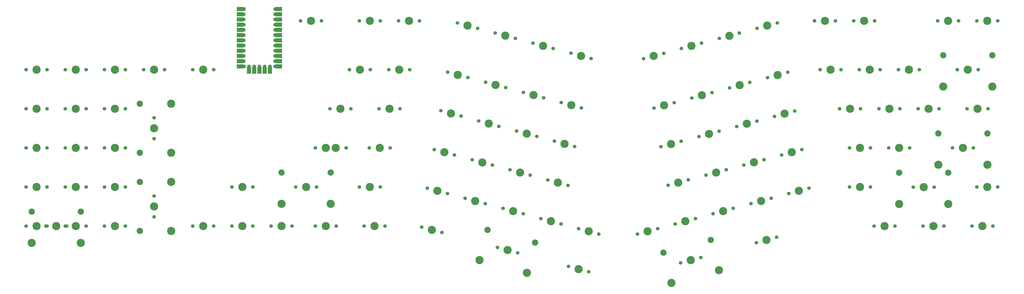
<source format=gbr>
%TF.GenerationSoftware,KiCad,Pcbnew,(5.1.10)-1*%
%TF.CreationDate,2021-06-19T21:53:37-07:00*%
%TF.ProjectId,HSC_Alice,4853435f-416c-4696-9365-2e6b69636164,rev?*%
%TF.SameCoordinates,Original*%
%TF.FileFunction,Soldermask,Top*%
%TF.FilePolarity,Negative*%
%FSLAX46Y46*%
G04 Gerber Fmt 4.6, Leading zero omitted, Abs format (unit mm)*
G04 Created by KiCad (PCBNEW (5.1.10)-1) date 2021-06-19 21:53:37*
%MOMM*%
%LPD*%
G01*
G04 APERTURE LIST*
%ADD10C,1.750000*%
%ADD11C,3.987800*%
%ADD12C,3.048000*%
%ADD13R,2.000000X3.250000*%
%ADD14R,3.250000X2.000000*%
%ADD15C,1.752600*%
%ADD16R,1.752600X1.752600*%
G04 APERTURE END LIST*
D10*
%TO.C,MX54*%
X-388018055Y-186622695D03*
X-397831861Y-183993093D03*
D11*
X-392924958Y-185307894D03*
%TD*%
%TO.C,MX95*%
X-213207600Y-153593800D03*
X-237083600Y-153593800D03*
D12*
X-213207600Y-138353800D03*
X-237083600Y-138353800D03*
D10*
X-220065600Y-145338800D03*
X-230225600Y-145338800D03*
D11*
X-225145600Y-145338800D03*
%TD*%
D10*
%TO.C,MX105*%
X-193878200Y-107213400D03*
X-204038200Y-107213400D03*
D11*
X-198958200Y-107213400D03*
%TD*%
%TO.C,MX48*%
X-418061929Y-187128299D03*
X-441124374Y-180948736D03*
D12*
X-414117526Y-172407590D03*
X-437179971Y-166228026D03*
D10*
X-422549697Y-177379601D03*
X-432363503Y-174749999D03*
D11*
X-427456600Y-176064800D03*
%TD*%
%TO.C,MX29*%
X-513461000Y-153543000D03*
X-537337000Y-153543000D03*
D12*
X-513461000Y-138303000D03*
X-537337000Y-138303000D03*
D10*
X-520319000Y-145288000D03*
X-530479000Y-145288000D03*
D11*
X-525399000Y-145288000D03*
%TD*%
D10*
%TO.C,MX28*%
X-505968000Y-126238000D03*
X-516128000Y-126238000D03*
D11*
X-511048000Y-126238000D03*
%TD*%
D10*
%TO.C,MX6*%
X-651383000Y-164338000D03*
X-661543000Y-164338000D03*
D11*
X-656463000Y-164338000D03*
%TD*%
D13*
%TO.C,U2*%
X-543077400Y-88442800D03*
X-545617400Y-88442800D03*
X-548157400Y-88442800D03*
X-550697400Y-88442800D03*
X-553237400Y-88442800D03*
D14*
X-538759400Y-58597800D03*
X-538759400Y-61137800D03*
X-538759400Y-63677800D03*
X-538759400Y-66217800D03*
X-538759400Y-68757800D03*
X-538759400Y-71297800D03*
X-538759400Y-73837800D03*
X-538759400Y-76377800D03*
X-538759400Y-78917800D03*
X-538759400Y-81457800D03*
X-538759400Y-83997800D03*
X-538759400Y-86537800D03*
X-557555400Y-86537800D03*
X-557555400Y-83997800D03*
X-557555400Y-81457800D03*
X-557555400Y-78917800D03*
X-557555400Y-76377800D03*
X-557555400Y-73837800D03*
X-557555400Y-71297800D03*
X-557555400Y-68757800D03*
X-557555400Y-66217800D03*
X-557555400Y-63677800D03*
X-557555400Y-61137800D03*
X-557555400Y-58597800D03*
D15*
X-553237400Y-86537800D03*
X-550697400Y-86537800D03*
X-548157400Y-86537800D03*
X-545617400Y-86537800D03*
X-543077400Y-86537800D03*
X-540537400Y-58597800D03*
X-555548800Y-86537800D03*
X-540537400Y-61137800D03*
X-540537400Y-63677800D03*
X-540537400Y-66217800D03*
X-540537400Y-68757800D03*
X-540537400Y-71297800D03*
X-540537400Y-73837800D03*
X-540537400Y-76377800D03*
X-540537400Y-78917800D03*
X-540537400Y-81457800D03*
X-540537400Y-83997800D03*
X-540537400Y-86537800D03*
X-555777400Y-83997800D03*
X-555777400Y-81457800D03*
X-555777400Y-78917800D03*
X-555777400Y-76377800D03*
X-555777400Y-73837800D03*
X-555777400Y-71297800D03*
X-555777400Y-68757800D03*
X-555777400Y-66217800D03*
X-555777400Y-63677800D03*
X-555777400Y-61137800D03*
D16*
X-555777400Y-58597800D03*
%TD*%
D11*
%TO.C,MX104*%
X-191795400Y-96393000D03*
X-215671400Y-96393000D03*
D12*
X-191795400Y-81153000D03*
X-215671400Y-81153000D03*
D10*
X-198653400Y-88138000D03*
X-208813400Y-88138000D03*
D11*
X-203733400Y-88138000D03*
%TD*%
D10*
%TO.C,MX103*%
X-189103000Y-64325500D03*
X-199263000Y-64325500D03*
D11*
X-194183000Y-64325500D03*
%TD*%
D10*
%TO.C,MX102*%
X-189103000Y-145288000D03*
X-199263000Y-145288000D03*
D11*
X-194183000Y-145288000D03*
%TD*%
%TO.C,MX101*%
X-194163400Y-134493000D03*
X-218039400Y-134493000D03*
D12*
X-194163400Y-119253000D03*
X-218039400Y-119253000D03*
D10*
X-201021400Y-126238000D03*
X-211181400Y-126238000D03*
D11*
X-206101400Y-126238000D03*
%TD*%
D10*
%TO.C,MX99*%
X-217703400Y-107213400D03*
X-227863400Y-107213400D03*
D11*
X-222783400Y-107213400D03*
%TD*%
D10*
%TO.C,MX98*%
X-227228400Y-88163400D03*
X-237388400Y-88163400D03*
D11*
X-232308400Y-88163400D03*
%TD*%
D10*
%TO.C,MX97*%
X-208153000Y-64325500D03*
X-218313000Y-64325500D03*
D11*
X-213233000Y-64325500D03*
%TD*%
D10*
%TO.C,MX96*%
X-191469000Y-164363400D03*
X-201629000Y-164363400D03*
D11*
X-196549000Y-164363400D03*
%TD*%
D10*
%TO.C,MX94*%
X-231952800Y-126212600D03*
X-242112800Y-126212600D03*
D11*
X-237032800Y-126212600D03*
%TD*%
D10*
%TO.C,MX93*%
X-236753400Y-107213400D03*
X-246913400Y-107213400D03*
D11*
X-241833400Y-107213400D03*
%TD*%
D10*
%TO.C,MX92*%
X-246278400Y-88163400D03*
X-256438400Y-88163400D03*
D11*
X-251358400Y-88163400D03*
%TD*%
D10*
%TO.C,MX91*%
X-249021600Y-64325500D03*
X-259181600Y-64325500D03*
D11*
X-254101600Y-64325500D03*
%TD*%
D10*
%TO.C,MX90*%
X-215268800Y-164363400D03*
X-225428800Y-164363400D03*
D11*
X-220348800Y-164363400D03*
%TD*%
D10*
%TO.C,MX89*%
X-251028200Y-145262600D03*
X-261188200Y-145262600D03*
D11*
X-256108200Y-145262600D03*
%TD*%
D10*
%TO.C,MX88*%
X-251002800Y-126212600D03*
X-261162800Y-126212600D03*
D11*
X-256082800Y-126212600D03*
%TD*%
D10*
%TO.C,MX87*%
X-255828800Y-107213400D03*
X-265988800Y-107213400D03*
D11*
X-260908800Y-107213400D03*
%TD*%
D10*
%TO.C,MX86*%
X-265328400Y-88163400D03*
X-275488400Y-88163400D03*
D11*
X-270408400Y-88163400D03*
%TD*%
D10*
%TO.C,MX85*%
X-268071600Y-64325500D03*
X-278231600Y-64325500D03*
D11*
X-273151600Y-64325500D03*
%TD*%
D10*
%TO.C,MX84*%
X-239064800Y-164363400D03*
X-249224800Y-164363400D03*
D11*
X-244144800Y-164363400D03*
%TD*%
D10*
%TO.C,MX83*%
X-280909009Y-145870199D03*
X-290722815Y-148499801D03*
D11*
X-285815912Y-147185000D03*
%TD*%
D10*
%TO.C,MX82*%
X-284368439Y-127044493D03*
X-294182245Y-129674095D03*
D11*
X-289275342Y-128359294D03*
%TD*%
D10*
%TO.C,MX81*%
X-287822839Y-108248493D03*
X-297636645Y-110878095D03*
D11*
X-292729742Y-109563294D03*
%TD*%
D10*
%TO.C,MX80*%
X-291277239Y-89427093D03*
X-301091045Y-92056695D03*
D11*
X-296184142Y-90741894D03*
%TD*%
D10*
%TO.C,MX79*%
X-296336889Y-65350293D03*
X-306150695Y-67979895D03*
D11*
X-301243792Y-66665094D03*
%TD*%
D10*
%TO.C,MX78*%
X-296670124Y-169799194D03*
X-306483930Y-172428796D03*
D11*
X-301577027Y-171113995D03*
%TD*%
D10*
%TO.C,MX77*%
X-299309895Y-150800701D03*
X-309123701Y-153430303D03*
D11*
X-304216798Y-152115502D03*
%TD*%
D10*
%TO.C,MX76*%
X-302769325Y-131974995D03*
X-312583131Y-134604597D03*
D11*
X-307676228Y-133289796D03*
%TD*%
D10*
%TO.C,MX75*%
X-306223725Y-113178995D03*
X-316037531Y-115808597D03*
D11*
X-311130628Y-114493796D03*
%TD*%
D10*
%TO.C,MX74*%
X-309678125Y-94357595D03*
X-319491931Y-96987197D03*
D11*
X-314585028Y-95672396D03*
%TD*%
D10*
%TO.C,MX73*%
X-314737775Y-70280795D03*
X-324551581Y-72910397D03*
D11*
X-319644678Y-71595596D03*
%TD*%
%TO.C,MX72*%
X-324711026Y-185858936D03*
X-347773471Y-192038499D03*
D12*
X-328655429Y-171138226D03*
X-351717874Y-177317790D03*
D10*
X-333471897Y-179660199D03*
X-343285703Y-182289801D03*
D11*
X-338378800Y-180975000D03*
%TD*%
D10*
%TO.C,MX71*%
X-317710781Y-155731203D03*
X-327524587Y-158360805D03*
D11*
X-322617684Y-157046004D03*
%TD*%
D10*
%TO.C,MX70*%
X-321170211Y-136905497D03*
X-330984017Y-139535099D03*
D11*
X-326077114Y-138220298D03*
%TD*%
D10*
%TO.C,MX69*%
X-324624611Y-118109497D03*
X-334438417Y-120739099D03*
D11*
X-329531514Y-119424298D03*
%TD*%
D10*
%TO.C,MX68*%
X-328079011Y-99288097D03*
X-337892817Y-101917699D03*
D11*
X-332985914Y-100602898D03*
%TD*%
D10*
%TO.C,MX67*%
X-333138661Y-75211297D03*
X-342952467Y-77840899D03*
D11*
X-338045564Y-76526098D03*
%TD*%
D10*
%TO.C,MX66*%
X-354512553Y-165592207D03*
X-364326359Y-168221809D03*
D11*
X-359419456Y-166907008D03*
%TD*%
D10*
%TO.C,MX65*%
X-336111667Y-160661705D03*
X-345925473Y-163291307D03*
D11*
X-341018570Y-161976506D03*
%TD*%
%TO.C,MX64*%
X-344478000Y-143150800D03*
D10*
X-349384903Y-144465601D03*
X-339571097Y-141835999D03*
%TD*%
D11*
%TO.C,MX63*%
X-347932400Y-124354800D03*
D10*
X-352839303Y-125669601D03*
X-343025497Y-123039999D03*
%TD*%
%TO.C,MX62*%
X-346479897Y-104218599D03*
X-356293703Y-106848201D03*
D11*
X-351386800Y-105533400D03*
%TD*%
D10*
%TO.C,MX61*%
X-351539547Y-80141799D03*
X-361353353Y-82771401D03*
D11*
X-356446450Y-81456600D03*
%TD*%
D10*
%TO.C,MX60*%
X-383087553Y-168221809D03*
X-392901359Y-165592207D03*
D11*
X-387994456Y-166907008D03*
%TD*%
D10*
%TO.C,MX59*%
X-401488439Y-163291307D03*
X-411302245Y-160661705D03*
D11*
X-406395342Y-161976506D03*
%TD*%
D10*
%TO.C,MX58*%
X-398059439Y-144495307D03*
X-407873245Y-141865705D03*
D11*
X-402966342Y-143180506D03*
%TD*%
D10*
%TO.C,MX57*%
X-394871202Y-125572307D03*
X-404685008Y-122942705D03*
D11*
X-399778105Y-124257506D03*
%TD*%
D10*
%TO.C,MX56*%
X-391563205Y-106759304D03*
X-401377011Y-104129702D03*
D11*
X-396470108Y-105444503D03*
%TD*%
D10*
%TO.C,MX55*%
X-386864205Y-82756804D03*
X-396678011Y-80127202D03*
D11*
X-391771108Y-81442003D03*
%TD*%
D10*
%TO.C,MX53*%
X-419889325Y-158360805D03*
X-429703131Y-155731203D03*
D11*
X-424796228Y-157046004D03*
%TD*%
D10*
%TO.C,MX52*%
X-416460325Y-139564805D03*
X-426274131Y-136935203D03*
D11*
X-421367228Y-138250004D03*
%TD*%
D10*
%TO.C,MX51*%
X-413272088Y-120641805D03*
X-423085894Y-118012203D03*
D11*
X-418178991Y-119327004D03*
%TD*%
D10*
%TO.C,MX50*%
X-409964091Y-101828802D03*
X-419777897Y-99199200D03*
D11*
X-414870994Y-100514001D03*
%TD*%
D10*
%TO.C,MX49*%
X-405265091Y-77826302D03*
X-415078897Y-75196700D03*
D11*
X-410171994Y-76511501D03*
%TD*%
%TO.C,MX47*%
X-443197114Y-152115502D03*
D10*
X-448104017Y-150800701D03*
X-438290211Y-153430303D03*
%TD*%
D11*
%TO.C,MX46*%
X-439768114Y-133319502D03*
D10*
X-444675017Y-132004701D03*
X-434861211Y-134634303D03*
%TD*%
D11*
%TO.C,MX45*%
X-436579877Y-114396502D03*
D10*
X-441486780Y-113081701D03*
X-431672974Y-115711303D03*
%TD*%
%TO.C,MX44*%
X-428364977Y-96898300D03*
X-438178783Y-94268698D03*
D11*
X-433271880Y-95583499D03*
%TD*%
D10*
%TO.C,MX43*%
X-423665977Y-72895800D03*
X-433479783Y-70266198D03*
D11*
X-428572880Y-71580999D03*
%TD*%
D10*
%TO.C,MX42*%
X-459379697Y-167499001D03*
X-469193503Y-164869399D03*
D11*
X-464286600Y-166184200D03*
%TD*%
D10*
%TO.C,MX41*%
X-456691097Y-148499801D03*
X-466504903Y-145870199D03*
D11*
X-461598000Y-147185000D03*
%TD*%
D10*
%TO.C,MX40*%
X-453262097Y-129703801D03*
X-463075903Y-127074199D03*
D11*
X-458169000Y-128389000D03*
%TD*%
D10*
%TO.C,MX39*%
X-450073860Y-110780801D03*
X-459887666Y-108151199D03*
D11*
X-454980763Y-109466000D03*
%TD*%
D10*
%TO.C,MX38*%
X-446765863Y-91967798D03*
X-456579669Y-89338196D03*
D11*
X-451672766Y-90652997D03*
%TD*%
D10*
%TO.C,MX37*%
X-442066863Y-67965298D03*
X-451880669Y-65335696D03*
D11*
X-446973766Y-66650497D03*
%TD*%
D10*
%TO.C,MX36*%
X-487045000Y-164338000D03*
X-497205000Y-164338000D03*
D11*
X-492125000Y-164338000D03*
%TD*%
D10*
%TO.C,MX35*%
X-489331000Y-145288000D03*
X-499491000Y-145288000D03*
D11*
X-494411000Y-145288000D03*
%TD*%
D10*
%TO.C,MX34*%
X-484568500Y-126238000D03*
X-494728500Y-126238000D03*
D11*
X-489648500Y-126238000D03*
%TD*%
D10*
%TO.C,MX33*%
X-479806000Y-107188000D03*
X-489966000Y-107188000D03*
D11*
X-484886000Y-107188000D03*
%TD*%
D10*
%TO.C,MX32*%
X-475043500Y-88138000D03*
X-485203500Y-88138000D03*
D11*
X-480123500Y-88138000D03*
%TD*%
D10*
%TO.C,MX31*%
X-470344500Y-64325500D03*
X-480504500Y-64325500D03*
D11*
X-475424500Y-64325500D03*
%TD*%
D10*
%TO.C,MX30*%
X-510794000Y-164338000D03*
X-520954000Y-164338000D03*
D11*
X-515874000Y-164338000D03*
%TD*%
D10*
%TO.C,MX28*%
X-510794000Y-126238000D03*
X-520954000Y-126238000D03*
D11*
X-515874000Y-126238000D03*
%TD*%
D10*
%TO.C,MX27*%
X-503682000Y-107188000D03*
X-513842000Y-107188000D03*
D11*
X-508762000Y-107188000D03*
%TD*%
D10*
%TO.C,MX26*%
X-494157000Y-88138000D03*
X-504317000Y-88138000D03*
D11*
X-499237000Y-88138000D03*
%TD*%
D10*
%TO.C,MX25*%
X-489394500Y-64325500D03*
X-499554500Y-64325500D03*
D11*
X-494474500Y-64325500D03*
%TD*%
D10*
%TO.C,MX24*%
X-532257000Y-164338000D03*
X-542417000Y-164338000D03*
D11*
X-537337000Y-164338000D03*
%TD*%
D10*
%TO.C,MX23*%
X-551307000Y-164338000D03*
X-561467000Y-164338000D03*
D11*
X-556387000Y-164338000D03*
%TD*%
D10*
%TO.C,MX22*%
X-570420500Y-164338000D03*
X-580580500Y-164338000D03*
D11*
X-575500500Y-164338000D03*
%TD*%
D10*
%TO.C,MX21*%
X-551307000Y-145288000D03*
X-561467000Y-145288000D03*
D11*
X-556387000Y-145288000D03*
%TD*%
D10*
%TO.C,MX20*%
X-570420500Y-88138000D03*
X-580580500Y-88138000D03*
D11*
X-575500500Y-88138000D03*
%TD*%
D10*
%TO.C,MX19*%
X-517969500Y-64325500D03*
X-528129500Y-64325500D03*
D11*
X-523049500Y-64325500D03*
%TD*%
%TO.C,MX18*%
X-591058000Y-142875000D03*
X-591058000Y-166751000D03*
D12*
X-606298000Y-142875000D03*
X-606298000Y-166751000D03*
D10*
X-599313000Y-149733000D03*
X-599313000Y-159893000D03*
D11*
X-599313000Y-154813000D03*
%TD*%
D10*
%TO.C,MX17*%
X-613283000Y-164338000D03*
X-623443000Y-164338000D03*
D11*
X-618363000Y-164338000D03*
%TD*%
D10*
%TO.C,MX16*%
X-613283000Y-145288000D03*
X-623443000Y-145288000D03*
D11*
X-618363000Y-145288000D03*
%TD*%
D10*
%TO.C,MX15*%
X-613283000Y-126238000D03*
X-623443000Y-126238000D03*
D11*
X-618363000Y-126238000D03*
%TD*%
%TO.C,MX14*%
X-591058000Y-104775000D03*
X-591058000Y-128651000D03*
D12*
X-606298000Y-104775000D03*
X-606298000Y-128651000D03*
D10*
X-599313000Y-111633000D03*
X-599313000Y-121793000D03*
D11*
X-599313000Y-116713000D03*
%TD*%
D10*
%TO.C,MX13*%
X-594233000Y-88138000D03*
X-604393000Y-88138000D03*
D11*
X-599313000Y-88138000D03*
%TD*%
D10*
%TO.C,MX12*%
X-632333000Y-164338000D03*
X-642493000Y-164338000D03*
D11*
X-637413000Y-164338000D03*
%TD*%
D10*
%TO.C,MX11*%
X-632333000Y-145288000D03*
X-642493000Y-145288000D03*
D11*
X-637413000Y-145288000D03*
%TD*%
D10*
%TO.C,MX10*%
X-632333000Y-126238000D03*
X-642493000Y-126238000D03*
D11*
X-637413000Y-126238000D03*
%TD*%
D10*
%TO.C,MX9*%
X-632333000Y-107188000D03*
X-642493000Y-107188000D03*
D11*
X-637413000Y-107188000D03*
%TD*%
D10*
%TO.C,MX8*%
X-613283000Y-107188000D03*
X-623443000Y-107188000D03*
D11*
X-618363000Y-107188000D03*
%TD*%
D10*
%TO.C,MX7*%
X-613283000Y-88138000D03*
X-623443000Y-88138000D03*
D11*
X-618363000Y-88138000D03*
%TD*%
%TO.C,MX6*%
X-635000000Y-172593000D03*
X-658876000Y-172593000D03*
D12*
X-635000000Y-157353000D03*
X-658876000Y-157353000D03*
D10*
X-641858000Y-164338000D03*
X-652018000Y-164338000D03*
D11*
X-646938000Y-164338000D03*
%TD*%
D10*
%TO.C,MX5*%
X-651383000Y-145288000D03*
X-661543000Y-145288000D03*
D11*
X-656463000Y-145288000D03*
%TD*%
D10*
%TO.C,MX4*%
X-651383000Y-126238000D03*
X-661543000Y-126238000D03*
D11*
X-656463000Y-126238000D03*
%TD*%
D10*
%TO.C,MX3*%
X-651383000Y-107188000D03*
X-661543000Y-107188000D03*
D11*
X-656463000Y-107188000D03*
%TD*%
D10*
%TO.C,MX2*%
X-651383000Y-88138000D03*
X-661543000Y-88138000D03*
D11*
X-656463000Y-88138000D03*
%TD*%
D10*
%TO.C,MX1*%
X-632333000Y-88138000D03*
X-642493000Y-88138000D03*
D11*
X-637413000Y-88138000D03*
%TD*%
M02*

</source>
